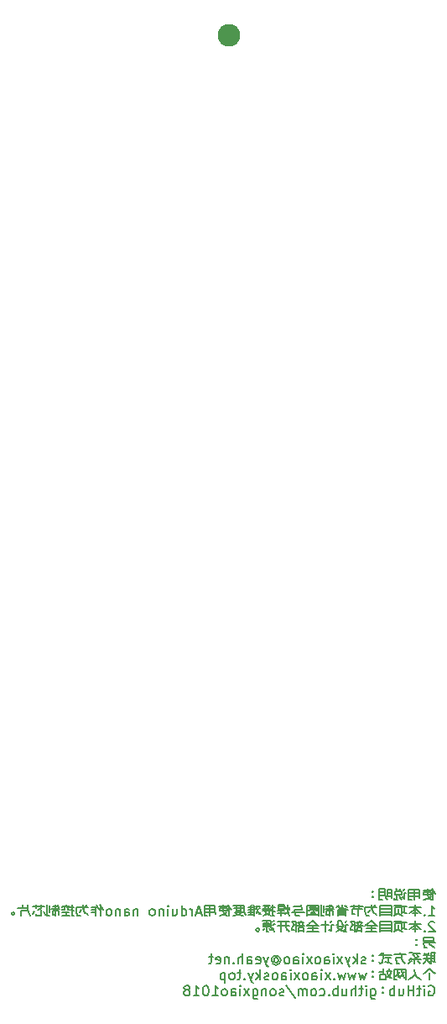
<source format=gbr>
%TF.GenerationSoftware,KiCad,Pcbnew,(6.0.9)*%
%TF.CreationDate,2023-01-10T14:41:21+08:00*%
%TF.ProjectId,keyboard-nano,6b657962-6f61-4726-942d-6e616e6f2e6b,rev?*%
%TF.SameCoordinates,Original*%
%TF.FileFunction,Legend,Bot*%
%TF.FilePolarity,Positive*%
%FSLAX46Y46*%
G04 Gerber Fmt 4.6, Leading zero omitted, Abs format (unit mm)*
G04 Created by KiCad (PCBNEW (6.0.9)) date 2023-01-10 14:41:21*
%MOMM*%
%LPD*%
G01*
G04 APERTURE LIST*
%ADD10C,0.150000*%
%ADD11C,2.286000*%
G04 APERTURE END LIST*
D10*
X165926309Y-128670000D02*
X165069166Y-128670000D01*
X165878690Y-129146190D02*
X165116785Y-129146190D01*
X166069166Y-128717619D02*
X166069166Y-129622380D01*
X165878690Y-128860476D02*
X165878690Y-129146190D01*
X165878690Y-128860476D02*
X165116785Y-128860476D01*
X165116785Y-129146190D01*
X165973928Y-128527142D02*
X166116785Y-128812857D01*
X166307261Y-129003333D01*
X165497738Y-128527142D02*
X165497738Y-129193809D01*
X165592976Y-129384285D01*
X165688214Y-129527142D01*
X165926309Y-129622380D01*
X165831071Y-129289047D02*
X165497738Y-129527142D01*
X165116785Y-129622380D01*
X164640595Y-128908095D02*
X163592976Y-128908095D01*
X164640595Y-129241428D02*
X163592976Y-129241428D01*
X163878690Y-129622380D02*
X163592976Y-129622380D01*
X164164404Y-128574761D02*
X164164404Y-129622380D01*
X164640595Y-128574761D02*
X163592976Y-128574761D01*
X163592976Y-129622380D01*
X164640595Y-128574761D02*
X164640595Y-129193809D01*
X164688214Y-129479523D01*
X162878690Y-129098571D02*
X162259642Y-129098571D01*
X162450119Y-129622380D02*
X162116785Y-129622380D01*
X163354880Y-128908095D02*
X163116785Y-128908095D01*
X163116785Y-129527142D01*
X162878690Y-128765238D02*
X162878690Y-129098571D01*
X162402500Y-129098571D02*
X162402500Y-129574761D01*
X162878690Y-128765238D02*
X162259642Y-128765238D01*
X162259642Y-129098571D01*
X162116785Y-129431904D02*
X162116785Y-129622380D01*
X163212023Y-128527142D02*
X163069166Y-128717619D01*
X162735833Y-129431904D02*
X162926309Y-129622380D01*
X162783452Y-128479523D02*
X162688214Y-128670000D01*
X162307261Y-128479523D02*
X162450119Y-128765238D01*
X162926309Y-129384285D02*
X163164404Y-129479523D01*
X162640595Y-129098571D02*
X162735833Y-129479523D01*
X161212023Y-128860476D02*
X160640595Y-128860476D01*
X161878690Y-128908095D02*
X161450119Y-128908095D01*
X161259642Y-129193809D02*
X160640595Y-129193809D01*
X161878690Y-129289047D02*
X161450119Y-129289047D01*
X160926309Y-129622380D02*
X160640595Y-129622380D01*
X161878690Y-128574761D02*
X161878690Y-129431904D01*
X161878690Y-128574761D02*
X161450119Y-128574761D01*
X161450119Y-129289047D01*
X161212023Y-128527142D02*
X160640595Y-128527142D01*
X160640595Y-129622380D01*
X161212023Y-128574761D02*
X161212023Y-129098571D01*
X161259642Y-129431904D01*
X161497738Y-129622380D01*
X159973928Y-129289047D02*
X159926309Y-129336666D01*
X159973928Y-129384285D01*
X160021547Y-129336666D01*
X159973928Y-129289047D01*
X159973928Y-129384285D01*
X159973928Y-128765238D02*
X159926309Y-128812857D01*
X159973928Y-128860476D01*
X160021547Y-128812857D01*
X159973928Y-128765238D01*
X159973928Y-128860476D01*
X165640595Y-131232380D02*
X166212023Y-131232380D01*
X165926309Y-131232380D02*
X165926309Y-130232380D01*
X166021547Y-130375238D01*
X166116785Y-130470476D01*
X166212023Y-130518095D01*
X165212023Y-131137142D02*
X165164404Y-131184761D01*
X165212023Y-131232380D01*
X165259642Y-131184761D01*
X165212023Y-131137142D01*
X165212023Y-131232380D01*
X164831071Y-130422857D02*
X163688214Y-130422857D01*
X164545357Y-130994285D02*
X163973928Y-130994285D01*
X164259642Y-130089523D02*
X164259642Y-131232380D01*
X164259642Y-130422857D02*
X164354880Y-130565714D01*
X164735833Y-130946666D01*
X164878690Y-130994285D01*
X164259642Y-130422857D02*
X164164404Y-130613333D01*
X163831071Y-130899047D01*
X163640595Y-130994285D01*
X162926309Y-130184761D02*
X162164404Y-130184761D01*
X163402500Y-130280000D02*
X162973928Y-130280000D01*
X163164404Y-130280000D02*
X163164404Y-130899047D01*
X162878690Y-130375238D02*
X162878690Y-130946666D01*
X162545357Y-130518095D02*
X162545357Y-130946666D01*
X162878690Y-130375238D02*
X162259642Y-130375238D01*
X162259642Y-130946666D01*
X162307261Y-131089523D02*
X162164404Y-131232380D01*
X162450119Y-131041904D02*
X162259642Y-131137142D01*
X162545357Y-130184761D02*
X162640595Y-130375238D01*
X162592976Y-130946666D02*
X162735833Y-131137142D01*
X162973928Y-131232380D01*
X162973928Y-130851428D02*
X163402500Y-130946666D01*
X161926309Y-130518095D02*
X160688214Y-130518095D01*
X161926309Y-130851428D02*
X160688214Y-130851428D01*
X161926309Y-131137142D02*
X160688214Y-131137142D01*
X161926309Y-130184761D02*
X161926309Y-131232380D01*
X161926309Y-130184761D02*
X160688214Y-130184761D01*
X160688214Y-131232380D01*
X159640595Y-131232380D02*
X159307261Y-131232380D01*
X159735833Y-130660952D02*
X159497738Y-130899047D01*
X160259642Y-130137142D02*
X160116785Y-130327619D01*
X160021547Y-130851428D02*
X160354880Y-131184761D01*
X159878690Y-130089523D02*
X159878690Y-130565714D01*
X160069166Y-130994285D01*
X160402500Y-130422857D02*
X159212023Y-130422857D01*
X159212023Y-130803809D01*
X159307261Y-131232380D01*
X159878690Y-130232380D02*
X159926309Y-130756190D01*
X158973928Y-130280000D02*
X157735833Y-130280000D01*
X158164404Y-131041904D02*
X157926309Y-131041904D01*
X158592976Y-130089523D02*
X158592976Y-130422857D01*
X158497738Y-130565714D02*
X158497738Y-131232380D01*
X158116785Y-130089523D02*
X158116785Y-130422857D01*
X158926309Y-130565714D02*
X157878690Y-130565714D01*
X157878690Y-131041904D01*
X157069166Y-130470476D02*
X156878690Y-130470476D01*
X157212023Y-130803809D02*
X156450119Y-130803809D01*
X157212023Y-130994285D02*
X156450119Y-130994285D01*
X157212023Y-131184761D02*
X156450119Y-131184761D01*
X157212023Y-130613333D02*
X157212023Y-131232380D01*
X156878690Y-130089523D02*
X156878690Y-130470476D01*
X157354880Y-130660952D02*
X156450119Y-130660952D01*
X156450119Y-131232380D01*
X157164404Y-130184761D02*
X157402500Y-130422857D01*
X156545357Y-130375238D02*
X156831071Y-130518095D01*
X157021547Y-130565714D01*
X157497738Y-130660952D01*
X156545357Y-130184761D02*
X156259642Y-130375238D01*
X155926309Y-130327619D02*
X155307261Y-130327619D01*
X156021547Y-130518095D02*
X155212023Y-130518095D01*
X155497738Y-131137142D02*
X155307261Y-131137142D01*
X155021547Y-131232380D02*
X154783452Y-131232380D01*
X155926309Y-130756190D02*
X155926309Y-131137142D01*
X155640595Y-130089523D02*
X155640595Y-131232380D01*
X155926309Y-130756190D02*
X155307261Y-130756190D01*
X155307261Y-131137142D01*
X155021547Y-130232380D02*
X155021547Y-130899047D01*
X154783452Y-130089523D02*
X154783452Y-131232380D01*
X155831071Y-130137142D02*
X155973928Y-130470476D01*
X154545357Y-131184761D02*
X153307261Y-131184761D01*
X154545357Y-130184761D02*
X154545357Y-131232380D01*
X154545357Y-130184761D02*
X153307261Y-130184761D01*
X153307261Y-131232380D01*
X154164404Y-130422857D02*
X154402500Y-130518095D01*
X154069166Y-130280000D02*
X154307261Y-130518095D01*
X154116785Y-130470476D02*
X153831071Y-130613333D01*
X153450119Y-130756190D01*
X154069166Y-130803809D02*
X153735833Y-130851428D01*
X154164404Y-130375238D02*
X153592976Y-130375238D01*
X153735833Y-130518095D01*
X154021547Y-130613333D01*
X154402500Y-130756190D01*
X154212023Y-130946666D02*
X153640595Y-131041904D01*
X152735833Y-130327619D02*
X151973928Y-130327619D01*
X153069166Y-130899047D02*
X151831071Y-130899047D01*
X152592976Y-131232380D02*
X152212023Y-131232380D01*
X152735833Y-130089523D02*
X152831071Y-130613333D01*
X152069166Y-130613333D01*
X152164404Y-131184761D01*
X151021547Y-130327619D02*
X150450119Y-130327619D01*
X151021547Y-130565714D02*
X150450119Y-130565714D01*
X151069166Y-130708571D02*
X150402499Y-130708571D01*
X151116785Y-130946666D02*
X150354880Y-130946666D01*
X151021547Y-130137142D02*
X151021547Y-130518095D01*
X150735833Y-130708571D02*
X150735833Y-131232380D01*
X151021547Y-130137142D02*
X150450119Y-130137142D01*
X150450119Y-130518095D01*
X151354880Y-130089523D02*
X151354880Y-130851428D01*
X151164404Y-131041904D01*
X151164404Y-130327619D02*
X151259642Y-130565714D01*
X151402499Y-130851428D02*
X151545357Y-131232380D01*
X151545357Y-130375238D02*
X151545357Y-130660952D01*
X151354880Y-130565714D02*
X151450119Y-131041904D01*
X149640595Y-130232380D02*
X148926309Y-130232380D01*
X150116785Y-130375238D02*
X149735833Y-130375238D01*
X149688214Y-130565714D02*
X148878690Y-130565714D01*
X149688214Y-130756190D02*
X148878690Y-130756190D01*
X150069166Y-131232380D02*
X149878690Y-131232380D01*
X149878690Y-130089523D02*
X149878690Y-131232380D01*
X149259642Y-130089523D02*
X149259642Y-130280000D01*
X149069166Y-130280000D02*
X149116785Y-130518095D01*
X149450119Y-130327619D02*
X149402499Y-130565714D01*
X149545357Y-130994285D01*
X148926309Y-131232380D01*
X149735833Y-130708571D02*
X150116785Y-130803809D01*
X149069166Y-130756190D02*
X149164404Y-130994285D01*
X149259642Y-131089523D01*
X149688214Y-131232380D01*
X148021547Y-130375238D02*
X147402499Y-130375238D01*
X148021547Y-130613333D02*
X147450119Y-130613333D01*
X148021547Y-130851428D02*
X147450119Y-130851428D01*
X148021547Y-131137142D02*
X147402499Y-131137142D01*
X147973928Y-130327619D02*
X147973928Y-131232380D01*
X147688214Y-130327619D02*
X147688214Y-131137142D01*
X148402499Y-130899047D02*
X148640595Y-131089523D01*
X148592976Y-130470476D02*
X148450119Y-130565714D01*
X148354880Y-130756190D01*
X148259642Y-130994285D01*
X147735833Y-130137142D02*
X147688214Y-130280000D01*
X148259642Y-130518095D02*
X148497738Y-131041904D01*
X147926309Y-130137142D02*
X148116785Y-130565714D01*
X148592976Y-130280000D02*
X148212023Y-130280000D01*
X148402499Y-130899047D01*
X147021547Y-130232380D02*
X145926309Y-130232380D01*
X146926309Y-130470476D02*
X145973928Y-130470476D01*
X146688214Y-130708571D02*
X146212023Y-130708571D01*
X146688214Y-130327619D02*
X146688214Y-130708571D01*
X146497738Y-130089523D02*
X146497738Y-130232380D01*
X146212023Y-130327619D02*
X146212023Y-130708571D01*
X147021547Y-130232380D02*
X147021547Y-130851428D01*
X147116785Y-131184761D01*
X146878690Y-130851428D02*
X146069166Y-130851428D01*
X146212023Y-131041904D01*
X146402499Y-131137142D01*
X146878690Y-131232380D01*
X146735833Y-130899047D02*
X146592976Y-131041904D01*
X146402499Y-131137142D01*
X145926309Y-131232380D01*
X145307261Y-130280000D02*
X144450119Y-130280000D01*
X145259642Y-130756190D02*
X144497738Y-130756190D01*
X145450119Y-130327619D02*
X145450119Y-131232380D01*
X145259642Y-130470476D02*
X145259642Y-130756190D01*
X145259642Y-130470476D02*
X144497738Y-130470476D01*
X144497738Y-130756190D01*
X145354880Y-130137142D02*
X145497738Y-130422857D01*
X145688214Y-130613333D01*
X144878690Y-130137142D02*
X144878690Y-130803809D01*
X144973928Y-130994285D01*
X145069166Y-131137142D01*
X145307261Y-131232380D01*
X145212023Y-130899047D02*
X144878690Y-131137142D01*
X144497738Y-131232380D01*
X144021547Y-130518095D02*
X142973928Y-130518095D01*
X144021547Y-130851428D02*
X142973928Y-130851428D01*
X143259642Y-131232380D02*
X142973928Y-131232380D01*
X143545357Y-130184761D02*
X143545357Y-131232380D01*
X144021547Y-130184761D02*
X142973928Y-130184761D01*
X142973928Y-131232380D01*
X144021547Y-130184761D02*
X144021547Y-130803809D01*
X144069166Y-131089523D01*
X142640595Y-130946666D02*
X142164404Y-130946666D01*
X142735833Y-131232380D02*
X142402499Y-130232380D01*
X142069166Y-131232380D01*
X141735833Y-131232380D02*
X141735833Y-130565714D01*
X141735833Y-130756190D02*
X141688214Y-130660952D01*
X141640595Y-130613333D01*
X141545357Y-130565714D01*
X141450119Y-130565714D01*
X140688214Y-131232380D02*
X140688214Y-130232380D01*
X140688214Y-131184761D02*
X140783452Y-131232380D01*
X140973928Y-131232380D01*
X141069166Y-131184761D01*
X141116785Y-131137142D01*
X141164404Y-131041904D01*
X141164404Y-130756190D01*
X141116785Y-130660952D01*
X141069166Y-130613333D01*
X140973928Y-130565714D01*
X140783452Y-130565714D01*
X140688214Y-130613333D01*
X139783452Y-130565714D02*
X139783452Y-131232380D01*
X140212023Y-130565714D02*
X140212023Y-131089523D01*
X140164404Y-131184761D01*
X140069166Y-131232380D01*
X139926309Y-131232380D01*
X139831071Y-131184761D01*
X139783452Y-131137142D01*
X139307261Y-131232380D02*
X139307261Y-130565714D01*
X139307261Y-130232380D02*
X139354880Y-130280000D01*
X139307261Y-130327619D01*
X139259642Y-130280000D01*
X139307261Y-130232380D01*
X139307261Y-130327619D01*
X138831071Y-130565714D02*
X138831071Y-131232380D01*
X138831071Y-130660952D02*
X138783452Y-130613333D01*
X138688214Y-130565714D01*
X138545357Y-130565714D01*
X138450119Y-130613333D01*
X138402499Y-130708571D01*
X138402499Y-131232380D01*
X137783452Y-131232380D02*
X137878690Y-131184761D01*
X137926309Y-131137142D01*
X137973928Y-131041904D01*
X137973928Y-130756190D01*
X137926309Y-130660952D01*
X137878690Y-130613333D01*
X137783452Y-130565714D01*
X137640595Y-130565714D01*
X137545357Y-130613333D01*
X137497738Y-130660952D01*
X137450119Y-130756190D01*
X137450119Y-131041904D01*
X137497738Y-131137142D01*
X137545357Y-131184761D01*
X137640595Y-131232380D01*
X137783452Y-131232380D01*
X136259642Y-130565714D02*
X136259642Y-131232380D01*
X136259642Y-130660952D02*
X136212023Y-130613333D01*
X136116785Y-130565714D01*
X135973928Y-130565714D01*
X135878690Y-130613333D01*
X135831071Y-130708571D01*
X135831071Y-131232380D01*
X134926309Y-131232380D02*
X134926309Y-130708571D01*
X134973928Y-130613333D01*
X135069166Y-130565714D01*
X135259642Y-130565714D01*
X135354880Y-130613333D01*
X134926309Y-131184761D02*
X135021547Y-131232380D01*
X135259642Y-131232380D01*
X135354880Y-131184761D01*
X135402499Y-131089523D01*
X135402499Y-130994285D01*
X135354880Y-130899047D01*
X135259642Y-130851428D01*
X135021547Y-130851428D01*
X134926309Y-130803809D01*
X134450119Y-130565714D02*
X134450119Y-131232380D01*
X134450119Y-130660952D02*
X134402499Y-130613333D01*
X134307261Y-130565714D01*
X134164404Y-130565714D01*
X134069166Y-130613333D01*
X134021547Y-130708571D01*
X134021547Y-131232380D01*
X133402499Y-131232380D02*
X133497738Y-131184761D01*
X133545357Y-131137142D01*
X133592976Y-131041904D01*
X133592976Y-130756190D01*
X133545357Y-130660952D01*
X133497738Y-130613333D01*
X133402499Y-130565714D01*
X133259642Y-130565714D01*
X133164404Y-130613333D01*
X133116785Y-130660952D01*
X133069166Y-130756190D01*
X133069166Y-131041904D01*
X133116785Y-131137142D01*
X133164404Y-131184761D01*
X133259642Y-131232380D01*
X133402499Y-131232380D01*
X132212023Y-130375238D02*
X131545357Y-130375238D01*
X132021547Y-130613333D02*
X131545357Y-130613333D01*
X132021547Y-130899047D02*
X131545357Y-130899047D01*
X132545357Y-130327619D02*
X132545357Y-131232380D01*
X132021547Y-130327619D02*
X132021547Y-131232380D01*
X132450119Y-130137142D02*
X132592976Y-130422857D01*
X132783452Y-130613333D01*
X132116785Y-130137142D02*
X132259642Y-130470476D01*
X132402499Y-130613333D01*
X130497738Y-131232380D02*
X130164404Y-131232380D01*
X130592976Y-130660952D02*
X130354880Y-130899047D01*
X131116785Y-130137142D02*
X130973928Y-130327619D01*
X130878690Y-130851428D02*
X131212023Y-131184761D01*
X130735833Y-130089523D02*
X130735833Y-130565714D01*
X130926309Y-130994285D01*
X131259642Y-130422857D02*
X130069166Y-130422857D01*
X130069166Y-130803809D01*
X130164404Y-131232380D01*
X130735833Y-130232380D02*
X130783452Y-130756190D01*
X129831071Y-130375238D02*
X129450119Y-130375238D01*
X129307261Y-130851428D02*
X128640595Y-130851428D01*
X129402499Y-131232380D02*
X128592976Y-131232380D01*
X129783452Y-131232380D02*
X129640595Y-131232380D01*
X129592976Y-130089523D02*
X129592976Y-131232380D01*
X129354880Y-130280000D02*
X129354880Y-130422857D01*
X129021547Y-130089523D02*
X129021547Y-130280000D01*
X129021547Y-130851428D02*
X129021547Y-131184761D01*
X129354880Y-130280000D02*
X128592976Y-130280000D01*
X128592976Y-130422857D01*
X129212023Y-130613333D02*
X129354880Y-130660952D01*
X128878690Y-130280000D02*
X128878690Y-130613333D01*
X128640595Y-130613333D01*
X128592976Y-130518095D01*
X129116785Y-130280000D02*
X129164404Y-130565714D01*
X129450119Y-130660952D02*
X129831071Y-130756190D01*
X128259642Y-130327619D02*
X127640595Y-130327619D01*
X128354880Y-130518095D02*
X127545357Y-130518095D01*
X127831071Y-131137142D02*
X127640595Y-131137142D01*
X127354880Y-131232380D02*
X127116785Y-131232380D01*
X128259642Y-130756190D02*
X128259642Y-131137142D01*
X127973928Y-130089523D02*
X127973928Y-131232380D01*
X128259642Y-130756190D02*
X127640595Y-130756190D01*
X127640595Y-131137142D01*
X127354880Y-130232380D02*
X127354880Y-130899047D01*
X127116785Y-130089523D02*
X127116785Y-131232380D01*
X128164404Y-130137142D02*
X128307261Y-130470476D01*
X126831071Y-130280000D02*
X125688214Y-130280000D01*
X126497738Y-131232380D02*
X125973928Y-131232380D01*
X126497738Y-130660952D02*
X126497738Y-131232380D01*
X126497738Y-130089523D02*
X126497738Y-130470476D01*
X126021547Y-130089523D02*
X126021547Y-130470476D01*
X125973928Y-131041904D02*
X125973928Y-131232380D01*
X125783452Y-130803809D02*
X125688214Y-131089523D01*
X126402499Y-130518095D02*
X126116785Y-130660952D01*
X126735833Y-130803809D02*
X126878690Y-131137142D01*
X125164404Y-130470476D02*
X124164404Y-130470476D01*
X124640595Y-130089523D02*
X124640595Y-130422857D01*
X125164404Y-130137142D02*
X125164404Y-130613333D01*
X125259642Y-130899047D01*
X125402499Y-131232380D01*
X125212023Y-130756190D02*
X124450119Y-130756190D01*
X124450119Y-131232380D01*
X123688214Y-130899047D02*
X123592976Y-130899047D01*
X123497738Y-130994285D01*
X123497738Y-131089523D01*
X123592976Y-131184761D01*
X123688214Y-131184761D01*
X123783452Y-131089523D01*
X123783452Y-130994285D01*
X123688214Y-130899047D01*
X166212023Y-131937619D02*
X166164404Y-131890000D01*
X166069166Y-131842380D01*
X165831071Y-131842380D01*
X165735833Y-131890000D01*
X165688214Y-131937619D01*
X165640595Y-132032857D01*
X165640595Y-132128095D01*
X165688214Y-132270952D01*
X166259642Y-132842380D01*
X165640595Y-132842380D01*
X165212023Y-132747142D02*
X165164404Y-132794761D01*
X165212023Y-132842380D01*
X165259642Y-132794761D01*
X165212023Y-132747142D01*
X165212023Y-132842380D01*
X164831071Y-132032857D02*
X163688214Y-132032857D01*
X164545357Y-132604285D02*
X163973928Y-132604285D01*
X164259642Y-131699523D02*
X164259642Y-132842380D01*
X164259642Y-132032857D02*
X164354880Y-132175714D01*
X164735833Y-132556666D01*
X164878690Y-132604285D01*
X164259642Y-132032857D02*
X164164404Y-132223333D01*
X163831071Y-132509047D01*
X163640595Y-132604285D01*
X162926309Y-131794761D02*
X162164404Y-131794761D01*
X163402500Y-131890000D02*
X162973928Y-131890000D01*
X163164404Y-131890000D02*
X163164404Y-132509047D01*
X162878690Y-131985238D02*
X162878690Y-132556666D01*
X162545357Y-132128095D02*
X162545357Y-132556666D01*
X162878690Y-131985238D02*
X162259642Y-131985238D01*
X162259642Y-132556666D01*
X162307261Y-132699523D02*
X162164404Y-132842380D01*
X162450119Y-132651904D02*
X162259642Y-132747142D01*
X162545357Y-131794761D02*
X162640595Y-131985238D01*
X162592976Y-132556666D02*
X162735833Y-132747142D01*
X162973928Y-132842380D01*
X162973928Y-132461428D02*
X163402500Y-132556666D01*
X161926309Y-132128095D02*
X160688214Y-132128095D01*
X161926309Y-132461428D02*
X160688214Y-132461428D01*
X161926309Y-132747142D02*
X160688214Y-132747142D01*
X161926309Y-131794761D02*
X161926309Y-132842380D01*
X161926309Y-131794761D02*
X160688214Y-131794761D01*
X160688214Y-132842380D01*
X160259642Y-132223333D02*
X159402500Y-132223333D01*
X160307261Y-132509047D02*
X159354880Y-132509047D01*
X160402500Y-132842380D02*
X159259642Y-132842380D01*
X159831071Y-132223333D02*
X159831071Y-132842380D01*
X160259642Y-132128095D02*
X160450119Y-132223333D01*
X159831071Y-131699523D02*
X160259642Y-132128095D01*
X159831071Y-131699523D02*
X159450119Y-132080476D01*
X159212023Y-132223333D01*
X158926309Y-131890000D02*
X158307261Y-131890000D01*
X158973928Y-132223333D02*
X158259642Y-132223333D01*
X158878690Y-132747142D02*
X158402500Y-132747142D01*
X158878690Y-132413809D02*
X158878690Y-132842380D01*
X158640595Y-131699523D02*
X158640595Y-131890000D01*
X158878690Y-132413809D02*
X158402500Y-132413809D01*
X158354880Y-132842380D01*
X158164404Y-131794761D02*
X158164404Y-132842380D01*
X158831071Y-131985238D02*
X158783452Y-132128095D01*
X158402500Y-131937619D02*
X158497738Y-132175714D01*
X158164404Y-131794761D02*
X157735833Y-131794761D01*
X157973928Y-132175714D01*
X157783452Y-132318571D01*
X157735833Y-132461428D01*
X157735833Y-132651904D01*
X157973928Y-132651904D01*
X156497738Y-132128095D02*
X156259642Y-132128095D01*
X157497738Y-132128095D02*
X157259642Y-132128095D01*
X157259642Y-132794761D01*
X156831071Y-131747142D02*
X156450119Y-131747142D01*
X156450119Y-132128095D01*
X157354880Y-131747142D02*
X157212023Y-131890000D01*
X156878690Y-132032857D02*
X157069166Y-132223333D01*
X156926309Y-132318571D02*
X156878690Y-132461428D01*
X156640595Y-132699523D01*
X156307261Y-132842380D01*
X157069166Y-132651904D02*
X157354880Y-132794761D01*
X157021547Y-132318571D02*
X156354880Y-132318571D01*
X156450119Y-132461428D01*
X156640595Y-132651904D01*
X157021547Y-132842380D01*
X156831071Y-131747142D02*
X156878690Y-132080476D01*
X155545357Y-132175714D02*
X154783452Y-132175714D01*
X156021547Y-132128095D02*
X155783452Y-132128095D01*
X155783452Y-132747142D01*
X155164404Y-131699523D02*
X155164404Y-132842380D01*
X155878690Y-131747142D02*
X155688214Y-131937619D01*
X155545357Y-132651904D02*
X155831071Y-132747142D01*
X154354880Y-132223333D02*
X153497738Y-132223333D01*
X154402500Y-132509047D02*
X153450119Y-132509047D01*
X154497738Y-132842380D02*
X153354880Y-132842380D01*
X153926309Y-132223333D02*
X153926309Y-132842380D01*
X154354880Y-132128095D02*
X154545357Y-132223333D01*
X153926309Y-131699523D02*
X154354880Y-132128095D01*
X153926309Y-131699523D02*
X153545357Y-132080476D01*
X153307261Y-132223333D01*
X153021547Y-131890000D02*
X152402500Y-131890000D01*
X153069166Y-132223333D02*
X152354880Y-132223333D01*
X152973928Y-132747142D02*
X152497738Y-132747142D01*
X152973928Y-132413809D02*
X152973928Y-132842380D01*
X152735833Y-131699523D02*
X152735833Y-131890000D01*
X152973928Y-132413809D02*
X152497738Y-132413809D01*
X152450119Y-132842380D01*
X152259642Y-131794761D02*
X152259642Y-132842380D01*
X152926309Y-131985238D02*
X152878690Y-132128095D01*
X152497738Y-131937619D02*
X152592976Y-132175714D01*
X152259642Y-131794761D02*
X151831071Y-131794761D01*
X152069166Y-132175714D01*
X151878690Y-132318571D01*
X151831071Y-132461428D01*
X151831071Y-132651904D01*
X152069166Y-132651904D01*
X151545357Y-131794761D02*
X150402500Y-131794761D01*
X151592976Y-132270952D02*
X150354880Y-132270952D01*
X150688214Y-131794761D02*
X150688214Y-132842380D01*
X151307261Y-132604285D02*
X151545357Y-132842380D01*
X151212023Y-131794761D02*
X151212023Y-132318571D01*
X151307261Y-132651904D01*
X149688214Y-131747142D02*
X148878690Y-131747142D01*
X149545357Y-132175714D02*
X148973928Y-132175714D01*
X149545357Y-132366190D02*
X148973928Y-132366190D01*
X149450119Y-132842380D02*
X149259642Y-132842380D01*
X149545357Y-131985238D02*
X149545357Y-132366190D01*
X149259642Y-131794761D02*
X149307261Y-131985238D01*
X149259642Y-132366190D02*
X149259642Y-132842380D01*
X149545357Y-131985238D02*
X148973928Y-131985238D01*
X148973928Y-132366190D01*
X149069166Y-132509047D02*
X148926309Y-132651904D01*
X149497738Y-132509047D02*
X149592976Y-132699523D01*
X150021547Y-131747142D02*
X149831071Y-131842380D01*
X150116785Y-132080476D02*
X149878690Y-132175714D01*
X149878690Y-132413809D02*
X150069166Y-132842380D01*
X149688214Y-131747142D02*
X149688214Y-132318571D01*
X149783452Y-132699523D01*
X148402500Y-132509047D02*
X148307261Y-132509047D01*
X148212023Y-132604285D01*
X148212023Y-132699523D01*
X148307261Y-132794761D01*
X148402500Y-132794761D01*
X148497738Y-132699523D01*
X148497738Y-132604285D01*
X148402500Y-132509047D01*
X166116785Y-133785714D02*
X165116785Y-133785714D01*
X165450119Y-134452380D02*
X165164404Y-134452380D01*
X166116785Y-133404761D02*
X166116785Y-133785714D01*
X166116785Y-133404761D02*
X165116785Y-133404761D01*
X165116785Y-133785714D01*
X165735833Y-134119047D02*
X165926309Y-134309523D01*
X166212023Y-134452380D01*
X165640595Y-133785714D02*
X165783452Y-134214285D01*
X166307261Y-133976190D02*
X165069166Y-133976190D01*
X165164404Y-134452380D01*
X164402500Y-134119047D02*
X164354880Y-134166666D01*
X164402500Y-134214285D01*
X164450119Y-134166666D01*
X164402500Y-134119047D01*
X164402500Y-134214285D01*
X164402500Y-133595238D02*
X164354880Y-133642857D01*
X164402500Y-133690476D01*
X164450119Y-133642857D01*
X164402500Y-133595238D01*
X164402500Y-133690476D01*
X165735833Y-135205238D02*
X165116785Y-135205238D01*
X166212023Y-135252857D02*
X165878690Y-135252857D01*
X166212023Y-135538571D02*
X165878690Y-135538571D01*
X165783452Y-135538571D02*
X165069166Y-135538571D01*
X166212023Y-134967142D02*
X166212023Y-135824285D01*
X166307261Y-134967142D02*
X165878690Y-134967142D01*
X165878690Y-136062380D01*
X165354880Y-135776666D02*
X165116785Y-136062380D01*
X165688214Y-134967142D02*
X165545357Y-135110000D01*
X165545357Y-135776666D02*
X165783452Y-136062380D01*
X165212023Y-135014761D02*
X165450119Y-135205238D01*
X165450119Y-135586190D01*
X165307261Y-135919523D01*
X165450119Y-135538571D02*
X165640595Y-135919523D01*
X165450119Y-135395714D02*
X165545357Y-135824285D01*
X165783452Y-135776666D02*
X166307261Y-135871904D01*
X164831071Y-135633809D02*
X163688214Y-135633809D01*
X164212023Y-135633809D02*
X164212023Y-136062380D01*
X163926309Y-135776666D02*
X163831071Y-135824285D01*
X163592976Y-136014761D01*
X163878690Y-135443333D02*
X163640595Y-135729047D01*
X164545357Y-135776666D02*
X164783452Y-136014761D01*
X163688214Y-134967142D02*
X164307261Y-135062380D01*
X164735833Y-135062380D01*
X164354880Y-135062380D02*
X164592976Y-135348095D01*
X164307261Y-135443333D01*
X163973928Y-135157619D02*
X164450119Y-135633809D01*
X163354880Y-135157619D02*
X162116785Y-135157619D01*
X162926309Y-135490952D02*
X162307261Y-135490952D01*
X162688214Y-136062380D02*
X162402500Y-136062380D01*
X162735833Y-134919523D02*
X162735833Y-135157619D01*
X162307261Y-135490952D02*
X162402500Y-136062380D01*
X162878690Y-135157619D02*
X162926309Y-135538571D01*
X163021547Y-135824285D01*
X163259642Y-136014761D01*
X161878690Y-135205238D02*
X160640595Y-135205238D01*
X161831071Y-135490952D02*
X161212023Y-135490952D01*
X161545357Y-135490952D02*
X161545357Y-135967142D01*
X160926309Y-134967142D02*
X160783452Y-135110000D01*
X161212023Y-135871904D02*
X161878690Y-136014761D01*
X161069166Y-134967142D02*
X161069166Y-135300476D01*
X160973928Y-135967142D01*
X160688214Y-136062380D01*
X160640595Y-135871904D01*
X159973928Y-135729047D02*
X159926309Y-135776666D01*
X159973928Y-135824285D01*
X160021547Y-135776666D01*
X159973928Y-135729047D01*
X159973928Y-135824285D01*
X159973928Y-135205238D02*
X159926309Y-135252857D01*
X159973928Y-135300476D01*
X160021547Y-135252857D01*
X159973928Y-135205238D01*
X159973928Y-135300476D01*
X159259642Y-136014761D02*
X159164404Y-136062380D01*
X158973928Y-136062380D01*
X158878690Y-136014761D01*
X158831071Y-135919523D01*
X158831071Y-135871904D01*
X158878690Y-135776666D01*
X158973928Y-135729047D01*
X159116785Y-135729047D01*
X159212023Y-135681428D01*
X159259642Y-135586190D01*
X159259642Y-135538571D01*
X159212023Y-135443333D01*
X159116785Y-135395714D01*
X158973928Y-135395714D01*
X158878690Y-135443333D01*
X158402500Y-136062380D02*
X158402500Y-135062380D01*
X158307261Y-135681428D02*
X158021547Y-136062380D01*
X158021547Y-135395714D02*
X158402500Y-135776666D01*
X157688214Y-135395714D02*
X157450119Y-136062380D01*
X157212023Y-135395714D02*
X157450119Y-136062380D01*
X157545357Y-136300476D01*
X157592976Y-136348095D01*
X157688214Y-136395714D01*
X156926309Y-136062380D02*
X156402500Y-135395714D01*
X156926309Y-135395714D02*
X156402500Y-136062380D01*
X156021547Y-136062380D02*
X156021547Y-135395714D01*
X156021547Y-135062380D02*
X156069166Y-135110000D01*
X156021547Y-135157619D01*
X155973928Y-135110000D01*
X156021547Y-135062380D01*
X156021547Y-135157619D01*
X155116785Y-136062380D02*
X155116785Y-135538571D01*
X155164404Y-135443333D01*
X155259642Y-135395714D01*
X155450119Y-135395714D01*
X155545357Y-135443333D01*
X155116785Y-136014761D02*
X155212023Y-136062380D01*
X155450119Y-136062380D01*
X155545357Y-136014761D01*
X155592976Y-135919523D01*
X155592976Y-135824285D01*
X155545357Y-135729047D01*
X155450119Y-135681428D01*
X155212023Y-135681428D01*
X155116785Y-135633809D01*
X154497738Y-136062380D02*
X154592976Y-136014761D01*
X154640595Y-135967142D01*
X154688214Y-135871904D01*
X154688214Y-135586190D01*
X154640595Y-135490952D01*
X154592976Y-135443333D01*
X154497738Y-135395714D01*
X154354880Y-135395714D01*
X154259642Y-135443333D01*
X154212023Y-135490952D01*
X154164404Y-135586190D01*
X154164404Y-135871904D01*
X154212023Y-135967142D01*
X154259642Y-136014761D01*
X154354880Y-136062380D01*
X154497738Y-136062380D01*
X153831071Y-136062380D02*
X153307261Y-135395714D01*
X153831071Y-135395714D02*
X153307261Y-136062380D01*
X152926309Y-136062380D02*
X152926309Y-135395714D01*
X152926309Y-135062380D02*
X152973928Y-135110000D01*
X152926309Y-135157619D01*
X152878690Y-135110000D01*
X152926309Y-135062380D01*
X152926309Y-135157619D01*
X152021547Y-136062380D02*
X152021547Y-135538571D01*
X152069166Y-135443333D01*
X152164404Y-135395714D01*
X152354880Y-135395714D01*
X152450119Y-135443333D01*
X152021547Y-136014761D02*
X152116785Y-136062380D01*
X152354880Y-136062380D01*
X152450119Y-136014761D01*
X152497738Y-135919523D01*
X152497738Y-135824285D01*
X152450119Y-135729047D01*
X152354880Y-135681428D01*
X152116785Y-135681428D01*
X152021547Y-135633809D01*
X151402500Y-136062380D02*
X151497738Y-136014761D01*
X151545357Y-135967142D01*
X151592976Y-135871904D01*
X151592976Y-135586190D01*
X151545357Y-135490952D01*
X151497738Y-135443333D01*
X151402500Y-135395714D01*
X151259642Y-135395714D01*
X151164404Y-135443333D01*
X151116785Y-135490952D01*
X151069166Y-135586190D01*
X151069166Y-135871904D01*
X151116785Y-135967142D01*
X151164404Y-136014761D01*
X151259642Y-136062380D01*
X151402500Y-136062380D01*
X150021547Y-135586190D02*
X150069166Y-135538571D01*
X150164404Y-135490952D01*
X150259642Y-135490952D01*
X150354880Y-135538571D01*
X150402500Y-135586190D01*
X150450119Y-135681428D01*
X150450119Y-135776666D01*
X150402500Y-135871904D01*
X150354880Y-135919523D01*
X150259642Y-135967142D01*
X150164404Y-135967142D01*
X150069166Y-135919523D01*
X150021547Y-135871904D01*
X150021547Y-135490952D02*
X150021547Y-135871904D01*
X149973928Y-135919523D01*
X149926309Y-135919523D01*
X149831071Y-135871904D01*
X149783452Y-135776666D01*
X149783452Y-135538571D01*
X149878690Y-135395714D01*
X150021547Y-135300476D01*
X150212023Y-135252857D01*
X150402500Y-135300476D01*
X150545357Y-135395714D01*
X150640595Y-135538571D01*
X150688214Y-135729047D01*
X150640595Y-135919523D01*
X150545357Y-136062380D01*
X150402500Y-136157619D01*
X150212023Y-136205238D01*
X150021547Y-136157619D01*
X149878690Y-136062380D01*
X149450119Y-135395714D02*
X149212023Y-136062380D01*
X148973928Y-135395714D02*
X149212023Y-136062380D01*
X149307261Y-136300476D01*
X149354880Y-136348095D01*
X149450119Y-136395714D01*
X148212023Y-136014761D02*
X148307261Y-136062380D01*
X148497738Y-136062380D01*
X148592976Y-136014761D01*
X148640595Y-135919523D01*
X148640595Y-135538571D01*
X148592976Y-135443333D01*
X148497738Y-135395714D01*
X148307261Y-135395714D01*
X148212023Y-135443333D01*
X148164404Y-135538571D01*
X148164404Y-135633809D01*
X148640595Y-135729047D01*
X147307261Y-136062380D02*
X147307261Y-135538571D01*
X147354880Y-135443333D01*
X147450119Y-135395714D01*
X147640595Y-135395714D01*
X147735833Y-135443333D01*
X147307261Y-136014761D02*
X147402500Y-136062380D01*
X147640595Y-136062380D01*
X147735833Y-136014761D01*
X147783452Y-135919523D01*
X147783452Y-135824285D01*
X147735833Y-135729047D01*
X147640595Y-135681428D01*
X147402500Y-135681428D01*
X147307261Y-135633809D01*
X146831071Y-136062380D02*
X146831071Y-135062380D01*
X146402500Y-136062380D02*
X146402500Y-135538571D01*
X146450119Y-135443333D01*
X146545357Y-135395714D01*
X146688214Y-135395714D01*
X146783452Y-135443333D01*
X146831071Y-135490952D01*
X145926309Y-135967142D02*
X145878690Y-136014761D01*
X145926309Y-136062380D01*
X145973928Y-136014761D01*
X145926309Y-135967142D01*
X145926309Y-136062380D01*
X145450119Y-135395714D02*
X145450119Y-136062380D01*
X145450119Y-135490952D02*
X145402500Y-135443333D01*
X145307261Y-135395714D01*
X145164404Y-135395714D01*
X145069166Y-135443333D01*
X145021547Y-135538571D01*
X145021547Y-136062380D01*
X144164404Y-136014761D02*
X144259642Y-136062380D01*
X144450119Y-136062380D01*
X144545357Y-136014761D01*
X144592976Y-135919523D01*
X144592976Y-135538571D01*
X144545357Y-135443333D01*
X144450119Y-135395714D01*
X144259642Y-135395714D01*
X144164404Y-135443333D01*
X144116785Y-135538571D01*
X144116785Y-135633809D01*
X144592976Y-135729047D01*
X143831071Y-135395714D02*
X143450119Y-135395714D01*
X143688214Y-135062380D02*
X143688214Y-135919523D01*
X143640595Y-136014761D01*
X143545357Y-136062380D01*
X143450119Y-136062380D01*
X165688214Y-136958095D02*
X165688214Y-137672380D01*
X166164404Y-137005714D02*
X166307261Y-137053333D01*
X165688214Y-136529523D02*
X166116785Y-136958095D01*
X165688214Y-136529523D02*
X165307261Y-136958095D01*
X165069166Y-137053333D01*
X164212023Y-136624761D02*
X164259642Y-137148571D01*
X164450119Y-137434285D01*
X164640595Y-137577142D01*
X164831071Y-137672380D01*
X164259642Y-137148571D02*
X163973928Y-137386666D01*
X163735833Y-137577142D01*
X163545357Y-137672380D01*
X162402500Y-137672380D02*
X162116785Y-137672380D01*
X163354880Y-136624761D02*
X163354880Y-137672380D01*
X163354880Y-136624761D02*
X162116785Y-136624761D01*
X162116785Y-137672380D01*
X163164404Y-136910476D02*
X162783452Y-137291428D01*
X162735833Y-136862857D02*
X162307261Y-137291428D01*
X162973928Y-137100952D02*
X163164404Y-137529523D01*
X162497738Y-137100952D02*
X162735833Y-137529523D01*
X162926309Y-136624761D02*
X163021547Y-137339047D01*
X162450119Y-136624761D02*
X162592976Y-137386666D01*
X161878690Y-136815238D02*
X161354880Y-136815238D01*
X161021547Y-136862857D02*
X160640595Y-136862857D01*
X161259642Y-137624761D02*
X160688214Y-137624761D01*
X161592976Y-136577142D02*
X161592976Y-136815238D01*
X161259642Y-137196190D02*
X161259642Y-137672380D01*
X161021547Y-136529523D02*
X161021547Y-137196190D01*
X161259642Y-137196190D02*
X160688214Y-137196190D01*
X160688214Y-137672380D01*
X161450119Y-136910476D02*
X161545357Y-137434285D01*
X161354880Y-137386666D02*
X161878690Y-137481904D01*
X161783452Y-136910476D02*
X161735833Y-137339047D01*
X159973928Y-137339047D02*
X159926309Y-137386666D01*
X159973928Y-137434285D01*
X160021547Y-137386666D01*
X159973928Y-137339047D01*
X159973928Y-137434285D01*
X159973928Y-136815238D02*
X159926309Y-136862857D01*
X159973928Y-136910476D01*
X160021547Y-136862857D01*
X159973928Y-136815238D01*
X159973928Y-136910476D01*
X159307261Y-137005714D02*
X159116785Y-137672380D01*
X158926309Y-137196190D01*
X158735833Y-137672380D01*
X158545357Y-137005714D01*
X158259642Y-137005714D02*
X158069166Y-137672380D01*
X157878690Y-137196190D01*
X157688214Y-137672380D01*
X157497738Y-137005714D01*
X157212023Y-137005714D02*
X157021547Y-137672380D01*
X156831071Y-137196190D01*
X156640595Y-137672380D01*
X156450119Y-137005714D01*
X156069166Y-137577142D02*
X156021547Y-137624761D01*
X156069166Y-137672380D01*
X156116785Y-137624761D01*
X156069166Y-137577142D01*
X156069166Y-137672380D01*
X155688214Y-137672380D02*
X155164404Y-137005714D01*
X155688214Y-137005714D02*
X155164404Y-137672380D01*
X154783452Y-137672380D02*
X154783452Y-137005714D01*
X154783452Y-136672380D02*
X154831071Y-136720000D01*
X154783452Y-136767619D01*
X154735833Y-136720000D01*
X154783452Y-136672380D01*
X154783452Y-136767619D01*
X153878690Y-137672380D02*
X153878690Y-137148571D01*
X153926309Y-137053333D01*
X154021547Y-137005714D01*
X154212023Y-137005714D01*
X154307261Y-137053333D01*
X153878690Y-137624761D02*
X153973928Y-137672380D01*
X154212023Y-137672380D01*
X154307261Y-137624761D01*
X154354880Y-137529523D01*
X154354880Y-137434285D01*
X154307261Y-137339047D01*
X154212023Y-137291428D01*
X153973928Y-137291428D01*
X153878690Y-137243809D01*
X153259642Y-137672380D02*
X153354880Y-137624761D01*
X153402500Y-137577142D01*
X153450119Y-137481904D01*
X153450119Y-137196190D01*
X153402500Y-137100952D01*
X153354880Y-137053333D01*
X153259642Y-137005714D01*
X153116785Y-137005714D01*
X153021547Y-137053333D01*
X152973928Y-137100952D01*
X152926309Y-137196190D01*
X152926309Y-137481904D01*
X152973928Y-137577142D01*
X153021547Y-137624761D01*
X153116785Y-137672380D01*
X153259642Y-137672380D01*
X152592976Y-137672380D02*
X152069166Y-137005714D01*
X152592976Y-137005714D02*
X152069166Y-137672380D01*
X151688214Y-137672380D02*
X151688214Y-137005714D01*
X151688214Y-136672380D02*
X151735833Y-136720000D01*
X151688214Y-136767619D01*
X151640595Y-136720000D01*
X151688214Y-136672380D01*
X151688214Y-136767619D01*
X150783452Y-137672380D02*
X150783452Y-137148571D01*
X150831071Y-137053333D01*
X150926309Y-137005714D01*
X151116785Y-137005714D01*
X151212023Y-137053333D01*
X150783452Y-137624761D02*
X150878690Y-137672380D01*
X151116785Y-137672380D01*
X151212023Y-137624761D01*
X151259642Y-137529523D01*
X151259642Y-137434285D01*
X151212023Y-137339047D01*
X151116785Y-137291428D01*
X150878690Y-137291428D01*
X150783452Y-137243809D01*
X150164404Y-137672380D02*
X150259642Y-137624761D01*
X150307261Y-137577142D01*
X150354880Y-137481904D01*
X150354880Y-137196190D01*
X150307261Y-137100952D01*
X150259642Y-137053333D01*
X150164404Y-137005714D01*
X150021547Y-137005714D01*
X149926309Y-137053333D01*
X149878690Y-137100952D01*
X149831071Y-137196190D01*
X149831071Y-137481904D01*
X149878690Y-137577142D01*
X149926309Y-137624761D01*
X150021547Y-137672380D01*
X150164404Y-137672380D01*
X149450119Y-137624761D02*
X149354880Y-137672380D01*
X149164404Y-137672380D01*
X149069166Y-137624761D01*
X149021547Y-137529523D01*
X149021547Y-137481904D01*
X149069166Y-137386666D01*
X149164404Y-137339047D01*
X149307261Y-137339047D01*
X149402500Y-137291428D01*
X149450119Y-137196190D01*
X149450119Y-137148571D01*
X149402500Y-137053333D01*
X149307261Y-137005714D01*
X149164404Y-137005714D01*
X149069166Y-137053333D01*
X148592976Y-137672380D02*
X148592976Y-136672380D01*
X148497738Y-137291428D02*
X148212023Y-137672380D01*
X148212023Y-137005714D02*
X148592976Y-137386666D01*
X147878690Y-137005714D02*
X147640595Y-137672380D01*
X147402500Y-137005714D02*
X147640595Y-137672380D01*
X147735833Y-137910476D01*
X147783452Y-137958095D01*
X147878690Y-138005714D01*
X147021547Y-137577142D02*
X146973928Y-137624761D01*
X147021547Y-137672380D01*
X147069166Y-137624761D01*
X147021547Y-137577142D01*
X147021547Y-137672380D01*
X146688214Y-137005714D02*
X146307261Y-137005714D01*
X146545357Y-136672380D02*
X146545357Y-137529523D01*
X146497738Y-137624761D01*
X146402500Y-137672380D01*
X146307261Y-137672380D01*
X145831071Y-137672380D02*
X145926309Y-137624761D01*
X145973928Y-137577142D01*
X146021547Y-137481904D01*
X146021547Y-137196190D01*
X145973928Y-137100952D01*
X145926309Y-137053333D01*
X145831071Y-137005714D01*
X145688214Y-137005714D01*
X145592976Y-137053333D01*
X145545357Y-137100952D01*
X145497738Y-137196190D01*
X145497738Y-137481904D01*
X145545357Y-137577142D01*
X145592976Y-137624761D01*
X145688214Y-137672380D01*
X145831071Y-137672380D01*
X145069166Y-137005714D02*
X145069166Y-138005714D01*
X145069166Y-137053333D02*
X144973928Y-137005714D01*
X144783452Y-137005714D01*
X144688214Y-137053333D01*
X144640595Y-137100952D01*
X144592976Y-137196190D01*
X144592976Y-137481904D01*
X144640595Y-137577142D01*
X144688214Y-137624761D01*
X144783452Y-137672380D01*
X144973928Y-137672380D01*
X145069166Y-137624761D01*
X165640595Y-138330000D02*
X165735833Y-138282380D01*
X165878690Y-138282380D01*
X166021547Y-138330000D01*
X166116785Y-138425238D01*
X166164404Y-138520476D01*
X166212023Y-138710952D01*
X166212023Y-138853809D01*
X166164404Y-139044285D01*
X166116785Y-139139523D01*
X166021547Y-139234761D01*
X165878690Y-139282380D01*
X165783452Y-139282380D01*
X165640595Y-139234761D01*
X165592976Y-139187142D01*
X165592976Y-138853809D01*
X165783452Y-138853809D01*
X165164404Y-139282380D02*
X165164404Y-138615714D01*
X165164404Y-138282380D02*
X165212023Y-138330000D01*
X165164404Y-138377619D01*
X165116785Y-138330000D01*
X165164404Y-138282380D01*
X165164404Y-138377619D01*
X164831071Y-138615714D02*
X164450119Y-138615714D01*
X164688214Y-138282380D02*
X164688214Y-139139523D01*
X164640595Y-139234761D01*
X164545357Y-139282380D01*
X164450119Y-139282380D01*
X164116785Y-139282380D02*
X164116785Y-138282380D01*
X164116785Y-138758571D02*
X163545357Y-138758571D01*
X163545357Y-139282380D02*
X163545357Y-138282380D01*
X162640595Y-138615714D02*
X162640595Y-139282380D01*
X163069166Y-138615714D02*
X163069166Y-139139523D01*
X163021547Y-139234761D01*
X162926309Y-139282380D01*
X162783452Y-139282380D01*
X162688214Y-139234761D01*
X162640595Y-139187142D01*
X162164404Y-139282380D02*
X162164404Y-138282380D01*
X162164404Y-138663333D02*
X162069166Y-138615714D01*
X161878690Y-138615714D01*
X161783452Y-138663333D01*
X161735833Y-138710952D01*
X161688214Y-138806190D01*
X161688214Y-139091904D01*
X161735833Y-139187142D01*
X161783452Y-139234761D01*
X161878690Y-139282380D01*
X162069166Y-139282380D01*
X162164404Y-139234761D01*
X160973928Y-138949047D02*
X160926309Y-138996666D01*
X160973928Y-139044285D01*
X161021547Y-138996666D01*
X160973928Y-138949047D01*
X160973928Y-139044285D01*
X160973928Y-138425238D02*
X160926309Y-138472857D01*
X160973928Y-138520476D01*
X161021547Y-138472857D01*
X160973928Y-138425238D01*
X160973928Y-138520476D01*
X159783452Y-138615714D02*
X159783452Y-139425238D01*
X159831071Y-139520476D01*
X159878690Y-139568095D01*
X159973928Y-139615714D01*
X160116785Y-139615714D01*
X160212023Y-139568095D01*
X159783452Y-139234761D02*
X159878690Y-139282380D01*
X160069166Y-139282380D01*
X160164404Y-139234761D01*
X160212023Y-139187142D01*
X160259642Y-139091904D01*
X160259642Y-138806190D01*
X160212023Y-138710952D01*
X160164404Y-138663333D01*
X160069166Y-138615714D01*
X159878690Y-138615714D01*
X159783452Y-138663333D01*
X159307261Y-139282380D02*
X159307261Y-138615714D01*
X159307261Y-138282380D02*
X159354880Y-138330000D01*
X159307261Y-138377619D01*
X159259642Y-138330000D01*
X159307261Y-138282380D01*
X159307261Y-138377619D01*
X158973928Y-138615714D02*
X158592976Y-138615714D01*
X158831071Y-138282380D02*
X158831071Y-139139523D01*
X158783452Y-139234761D01*
X158688214Y-139282380D01*
X158592976Y-139282380D01*
X158259642Y-139282380D02*
X158259642Y-138282380D01*
X157831071Y-139282380D02*
X157831071Y-138758571D01*
X157878690Y-138663333D01*
X157973928Y-138615714D01*
X158116785Y-138615714D01*
X158212023Y-138663333D01*
X158259642Y-138710952D01*
X156926309Y-138615714D02*
X156926309Y-139282380D01*
X157354880Y-138615714D02*
X157354880Y-139139523D01*
X157307261Y-139234761D01*
X157212023Y-139282380D01*
X157069166Y-139282380D01*
X156973928Y-139234761D01*
X156926309Y-139187142D01*
X156450119Y-139282380D02*
X156450119Y-138282380D01*
X156450119Y-138663333D02*
X156354880Y-138615714D01*
X156164404Y-138615714D01*
X156069166Y-138663333D01*
X156021547Y-138710952D01*
X155973928Y-138806190D01*
X155973928Y-139091904D01*
X156021547Y-139187142D01*
X156069166Y-139234761D01*
X156164404Y-139282380D01*
X156354880Y-139282380D01*
X156450119Y-139234761D01*
X155545357Y-139187142D02*
X155497738Y-139234761D01*
X155545357Y-139282380D01*
X155592976Y-139234761D01*
X155545357Y-139187142D01*
X155545357Y-139282380D01*
X154640595Y-139234761D02*
X154735833Y-139282380D01*
X154926309Y-139282380D01*
X155021547Y-139234761D01*
X155069166Y-139187142D01*
X155116785Y-139091904D01*
X155116785Y-138806190D01*
X155069166Y-138710952D01*
X155021547Y-138663333D01*
X154926309Y-138615714D01*
X154735833Y-138615714D01*
X154640595Y-138663333D01*
X154069166Y-139282380D02*
X154164404Y-139234761D01*
X154212023Y-139187142D01*
X154259642Y-139091904D01*
X154259642Y-138806190D01*
X154212023Y-138710952D01*
X154164404Y-138663333D01*
X154069166Y-138615714D01*
X153926309Y-138615714D01*
X153831071Y-138663333D01*
X153783452Y-138710952D01*
X153735833Y-138806190D01*
X153735833Y-139091904D01*
X153783452Y-139187142D01*
X153831071Y-139234761D01*
X153926309Y-139282380D01*
X154069166Y-139282380D01*
X153307261Y-139282380D02*
X153307261Y-138615714D01*
X153307261Y-138710952D02*
X153259642Y-138663333D01*
X153164404Y-138615714D01*
X153021547Y-138615714D01*
X152926309Y-138663333D01*
X152878690Y-138758571D01*
X152878690Y-139282380D01*
X152878690Y-138758571D02*
X152831071Y-138663333D01*
X152735833Y-138615714D01*
X152592976Y-138615714D01*
X152497738Y-138663333D01*
X152450119Y-138758571D01*
X152450119Y-139282380D01*
X151259642Y-138234761D02*
X152116785Y-139520476D01*
X150973928Y-139234761D02*
X150878690Y-139282380D01*
X150688214Y-139282380D01*
X150592976Y-139234761D01*
X150545357Y-139139523D01*
X150545357Y-139091904D01*
X150592976Y-138996666D01*
X150688214Y-138949047D01*
X150831071Y-138949047D01*
X150926309Y-138901428D01*
X150973928Y-138806190D01*
X150973928Y-138758571D01*
X150926309Y-138663333D01*
X150831071Y-138615714D01*
X150688214Y-138615714D01*
X150592976Y-138663333D01*
X149973928Y-139282380D02*
X150069166Y-139234761D01*
X150116785Y-139187142D01*
X150164404Y-139091904D01*
X150164404Y-138806190D01*
X150116785Y-138710952D01*
X150069166Y-138663333D01*
X149973928Y-138615714D01*
X149831071Y-138615714D01*
X149735833Y-138663333D01*
X149688214Y-138710952D01*
X149640595Y-138806190D01*
X149640595Y-139091904D01*
X149688214Y-139187142D01*
X149735833Y-139234761D01*
X149831071Y-139282380D01*
X149973928Y-139282380D01*
X149212023Y-138615714D02*
X149212023Y-139282380D01*
X149212023Y-138710952D02*
X149164404Y-138663333D01*
X149069166Y-138615714D01*
X148926309Y-138615714D01*
X148831071Y-138663333D01*
X148783452Y-138758571D01*
X148783452Y-139282380D01*
X147878690Y-138615714D02*
X147878690Y-139425238D01*
X147926309Y-139520476D01*
X147973928Y-139568095D01*
X148069166Y-139615714D01*
X148212023Y-139615714D01*
X148307261Y-139568095D01*
X147878690Y-139234761D02*
X147973928Y-139282380D01*
X148164404Y-139282380D01*
X148259642Y-139234761D01*
X148307261Y-139187142D01*
X148354880Y-139091904D01*
X148354880Y-138806190D01*
X148307261Y-138710952D01*
X148259642Y-138663333D01*
X148164404Y-138615714D01*
X147973928Y-138615714D01*
X147878690Y-138663333D01*
X147497738Y-139282380D02*
X146973928Y-138615714D01*
X147497738Y-138615714D02*
X146973928Y-139282380D01*
X146592976Y-139282380D02*
X146592976Y-138615714D01*
X146592976Y-138282380D02*
X146640595Y-138330000D01*
X146592976Y-138377619D01*
X146545357Y-138330000D01*
X146592976Y-138282380D01*
X146592976Y-138377619D01*
X145688214Y-139282380D02*
X145688214Y-138758571D01*
X145735833Y-138663333D01*
X145831071Y-138615714D01*
X146021547Y-138615714D01*
X146116785Y-138663333D01*
X145688214Y-139234761D02*
X145783452Y-139282380D01*
X146021547Y-139282380D01*
X146116785Y-139234761D01*
X146164404Y-139139523D01*
X146164404Y-139044285D01*
X146116785Y-138949047D01*
X146021547Y-138901428D01*
X145783452Y-138901428D01*
X145688214Y-138853809D01*
X145069166Y-139282380D02*
X145164404Y-139234761D01*
X145212023Y-139187142D01*
X145259642Y-139091904D01*
X145259642Y-138806190D01*
X145212023Y-138710952D01*
X145164404Y-138663333D01*
X145069166Y-138615714D01*
X144926309Y-138615714D01*
X144831071Y-138663333D01*
X144783452Y-138710952D01*
X144735833Y-138806190D01*
X144735833Y-139091904D01*
X144783452Y-139187142D01*
X144831071Y-139234761D01*
X144926309Y-139282380D01*
X145069166Y-139282380D01*
X143783452Y-139282380D02*
X144354880Y-139282380D01*
X144069166Y-139282380D02*
X144069166Y-138282380D01*
X144164404Y-138425238D01*
X144259642Y-138520476D01*
X144354880Y-138568095D01*
X143164404Y-138282380D02*
X143069166Y-138282380D01*
X142973928Y-138330000D01*
X142926309Y-138377619D01*
X142878690Y-138472857D01*
X142831071Y-138663333D01*
X142831071Y-138901428D01*
X142878690Y-139091904D01*
X142926309Y-139187142D01*
X142973928Y-139234761D01*
X143069166Y-139282380D01*
X143164404Y-139282380D01*
X143259642Y-139234761D01*
X143307261Y-139187142D01*
X143354880Y-139091904D01*
X143402500Y-138901428D01*
X143402500Y-138663333D01*
X143354880Y-138472857D01*
X143307261Y-138377619D01*
X143259642Y-138330000D01*
X143164404Y-138282380D01*
X141878690Y-139282380D02*
X142450119Y-139282380D01*
X142164404Y-139282380D02*
X142164404Y-138282380D01*
X142259642Y-138425238D01*
X142354880Y-138520476D01*
X142450119Y-138568095D01*
X141307261Y-138710952D02*
X141402500Y-138663333D01*
X141450119Y-138615714D01*
X141497738Y-138520476D01*
X141497738Y-138472857D01*
X141450119Y-138377619D01*
X141402500Y-138330000D01*
X141307261Y-138282380D01*
X141116785Y-138282380D01*
X141021547Y-138330000D01*
X140973928Y-138377619D01*
X140926309Y-138472857D01*
X140926309Y-138520476D01*
X140973928Y-138615714D01*
X141021547Y-138663333D01*
X141116785Y-138710952D01*
X141307261Y-138710952D01*
X141402500Y-138758571D01*
X141450119Y-138806190D01*
X141497738Y-138901428D01*
X141497738Y-139091904D01*
X141450119Y-139187142D01*
X141402500Y-139234761D01*
X141307261Y-139282380D01*
X141116785Y-139282380D01*
X141021547Y-139234761D01*
X140973928Y-139187142D01*
X140926309Y-139091904D01*
X140926309Y-138901428D01*
X140973928Y-138806190D01*
X141021547Y-138758571D01*
X141116785Y-138710952D01*
D11*
%TO.C,D2*%
X145500000Y-42500000D03*
%TD*%
M02*

</source>
